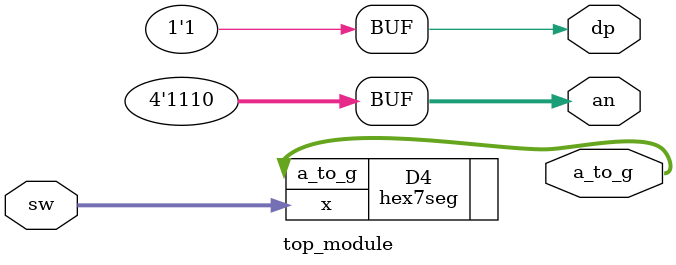
<source format=v>
`timescale 1ns / 1ps
module top_module(
input [3:0] sw,
output [6:0] a_to_g,
output [3:0] an,
output dp
    );
	 assign an = 4'b1110;
	 assign dp = 1;
	 
	 hex7seg D4 (.x(sw),.a_to_g(a_to_g));


endmodule

</source>
